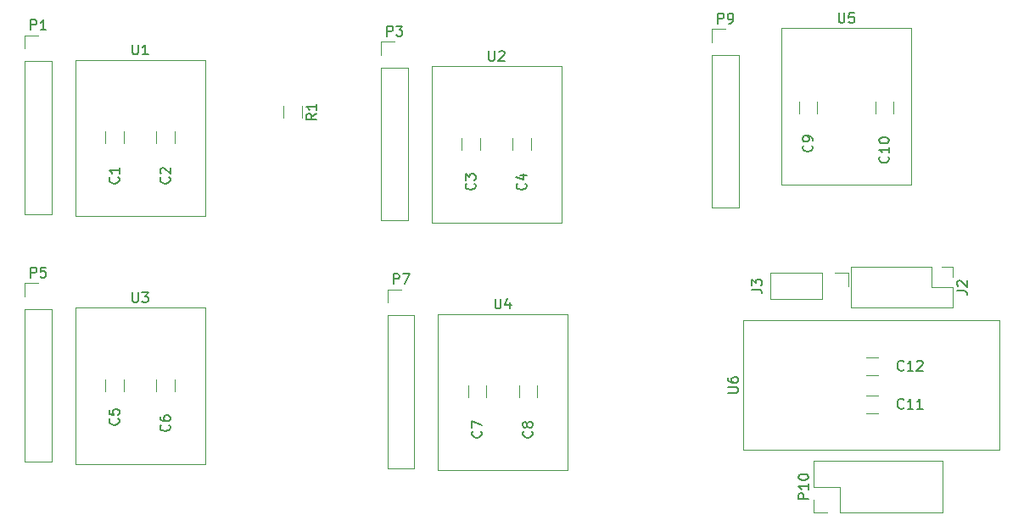
<source format=gbr>
G04 #@! TF.GenerationSoftware,KiCad,Pcbnew,(5.1.5)-3*
G04 #@! TF.CreationDate,2021-05-15T17:54:47+02:00*
G04 #@! TF.ProjectId,Adaptateurs_NiveauxSPI,41646170-7461-4746-9575-72735f4e6976,rev?*
G04 #@! TF.SameCoordinates,Original*
G04 #@! TF.FileFunction,Legend,Top*
G04 #@! TF.FilePolarity,Positive*
%FSLAX46Y46*%
G04 Gerber Fmt 4.6, Leading zero omitted, Abs format (unit mm)*
G04 Created by KiCad (PCBNEW (5.1.5)-3) date 2021-05-15 17:54:47*
%MOMM*%
%LPD*%
G04 APERTURE LIST*
%ADD10C,0.120000*%
%ADD11C,0.150000*%
G04 APERTURE END LIST*
D10*
X185928000Y-80137000D02*
X185928000Y-80264000D01*
X185928000Y-80264000D02*
X198882000Y-80264000D01*
X185928000Y-80137000D02*
X185928000Y-64643000D01*
X198882000Y-80264000D02*
X198882000Y-64643000D01*
X191405000Y-64650000D02*
X188765000Y-64650000D01*
X196045000Y-64650000D02*
X193405000Y-64650000D01*
X198875000Y-64650000D02*
X185935000Y-64650000D01*
X197739000Y-93853000D02*
X207645000Y-93853000D01*
X197739000Y-106807000D02*
X207645000Y-106807000D01*
X182125000Y-93860000D02*
X182125000Y-106800000D01*
X182125000Y-96690000D02*
X182125000Y-99330000D01*
X182125000Y-101330000D02*
X182125000Y-103970000D01*
X197739000Y-93853000D02*
X182118000Y-93853000D01*
X197612000Y-106807000D02*
X182118000Y-106807000D01*
X207645000Y-106807000D02*
X207645000Y-93853000D01*
X197612000Y-106807000D02*
X197739000Y-106807000D01*
X120290000Y-74962936D02*
X120290000Y-76167064D01*
X118470000Y-74962936D02*
X118470000Y-76167064D01*
X123550000Y-74962936D02*
X123550000Y-76167064D01*
X125370000Y-74962936D02*
X125370000Y-76167064D01*
X155850000Y-75597936D02*
X155850000Y-76802064D01*
X154030000Y-75597936D02*
X154030000Y-76802064D01*
X159110000Y-75597936D02*
X159110000Y-76802064D01*
X160930000Y-75597936D02*
X160930000Y-76802064D01*
X118470000Y-99727936D02*
X118470000Y-100932064D01*
X120290000Y-99727936D02*
X120290000Y-100932064D01*
X125370000Y-99727936D02*
X125370000Y-100932064D01*
X123550000Y-99727936D02*
X123550000Y-100932064D01*
X156485000Y-100362936D02*
X156485000Y-101567064D01*
X154665000Y-100362936D02*
X154665000Y-101567064D01*
X159745000Y-100362936D02*
X159745000Y-101567064D01*
X161565000Y-100362936D02*
X161565000Y-101567064D01*
X189505000Y-72005436D02*
X189505000Y-73209564D01*
X187685000Y-72005436D02*
X187685000Y-73209564D01*
X195305000Y-72005436D02*
X195305000Y-73209564D01*
X197125000Y-72005436D02*
X197125000Y-73209564D01*
X110430000Y-65345000D02*
X111760000Y-65345000D01*
X110430000Y-66675000D02*
X110430000Y-65345000D01*
X110430000Y-67945000D02*
X113090000Y-67945000D01*
X113090000Y-67945000D02*
X113090000Y-83245000D01*
X110430000Y-67945000D02*
X110430000Y-83245000D01*
X110430000Y-83245000D02*
X113090000Y-83245000D01*
X145990000Y-83880000D02*
X148650000Y-83880000D01*
X145990000Y-68580000D02*
X145990000Y-83880000D01*
X148650000Y-68580000D02*
X148650000Y-83880000D01*
X145990000Y-68580000D02*
X148650000Y-68580000D01*
X145990000Y-67310000D02*
X145990000Y-65980000D01*
X145990000Y-65980000D02*
X147320000Y-65980000D01*
X110430000Y-108010000D02*
X113090000Y-108010000D01*
X110430000Y-92710000D02*
X110430000Y-108010000D01*
X113090000Y-92710000D02*
X113090000Y-108010000D01*
X110430000Y-92710000D02*
X113090000Y-92710000D01*
X110430000Y-91440000D02*
X110430000Y-90110000D01*
X110430000Y-90110000D02*
X111760000Y-90110000D01*
X146625000Y-108645000D02*
X149285000Y-108645000D01*
X146625000Y-93345000D02*
X146625000Y-108645000D01*
X149285000Y-93345000D02*
X149285000Y-108645000D01*
X146625000Y-93345000D02*
X149285000Y-93345000D01*
X146625000Y-92075000D02*
X146625000Y-90745000D01*
X146625000Y-90745000D02*
X147955000Y-90745000D01*
X179010000Y-64710000D02*
X180340000Y-64710000D01*
X179010000Y-66040000D02*
X179010000Y-64710000D01*
X179010000Y-67310000D02*
X181670000Y-67310000D01*
X181670000Y-67310000D02*
X181670000Y-82610000D01*
X179010000Y-67310000D02*
X179010000Y-82610000D01*
X179010000Y-82610000D02*
X181670000Y-82610000D01*
X136250000Y-73627064D02*
X136250000Y-72422936D01*
X138070000Y-73627064D02*
X138070000Y-72422936D01*
X194342936Y-101325000D02*
X195547064Y-101325000D01*
X194342936Y-103145000D02*
X195547064Y-103145000D01*
X194342936Y-99335000D02*
X195547064Y-99335000D01*
X194342936Y-97515000D02*
X195547064Y-97515000D01*
X192870000Y-88475000D02*
X192870000Y-92595000D01*
X200930000Y-88475000D02*
X192870000Y-88475000D01*
X202990000Y-92595000D02*
X192870000Y-92595000D01*
X200930000Y-88475000D02*
X200930000Y-90535000D01*
X200930000Y-90535000D02*
X202990000Y-90535000D01*
X202990000Y-90535000D02*
X202990000Y-92595000D01*
X201930000Y-88475000D02*
X202990000Y-88475000D01*
X202990000Y-88475000D02*
X202990000Y-89535000D01*
X184852000Y-89094000D02*
X184852000Y-91754000D01*
X189992000Y-89094000D02*
X184852000Y-89094000D01*
X189992000Y-91754000D02*
X184852000Y-91754000D01*
X189992000Y-89094000D02*
X189992000Y-91754000D01*
X191262000Y-89094000D02*
X192592000Y-89094000D01*
X192592000Y-89094000D02*
X192592000Y-90424000D01*
X128390000Y-67825000D02*
X115450000Y-67825000D01*
X125560000Y-67825000D02*
X122920000Y-67825000D01*
X120920000Y-67825000D02*
X118280000Y-67825000D01*
X128397000Y-83439000D02*
X128397000Y-67818000D01*
X115443000Y-83312000D02*
X115443000Y-67818000D01*
X115443000Y-83439000D02*
X128397000Y-83439000D01*
X115443000Y-83312000D02*
X115443000Y-83439000D01*
X151003000Y-83947000D02*
X151003000Y-84074000D01*
X151003000Y-84074000D02*
X163957000Y-84074000D01*
X151003000Y-83947000D02*
X151003000Y-68453000D01*
X163957000Y-84074000D02*
X163957000Y-68453000D01*
X156480000Y-68460000D02*
X153840000Y-68460000D01*
X161120000Y-68460000D02*
X158480000Y-68460000D01*
X163950000Y-68460000D02*
X151010000Y-68460000D01*
X115443000Y-108077000D02*
X115443000Y-108204000D01*
X115443000Y-108204000D02*
X128397000Y-108204000D01*
X115443000Y-108077000D02*
X115443000Y-92583000D01*
X128397000Y-108204000D02*
X128397000Y-92583000D01*
X120920000Y-92590000D02*
X118280000Y-92590000D01*
X125560000Y-92590000D02*
X122920000Y-92590000D01*
X128390000Y-92590000D02*
X115450000Y-92590000D01*
X151638000Y-108712000D02*
X151638000Y-108839000D01*
X151638000Y-108839000D02*
X164592000Y-108839000D01*
X151638000Y-108712000D02*
X151638000Y-93218000D01*
X164592000Y-108839000D02*
X164592000Y-93218000D01*
X157115000Y-93225000D02*
X154475000Y-93225000D01*
X161755000Y-93225000D02*
X159115000Y-93225000D01*
X164585000Y-93225000D02*
X151645000Y-93225000D01*
X201990000Y-113090000D02*
X201990000Y-107890000D01*
X191770000Y-113090000D02*
X201990000Y-113090000D01*
X189170000Y-107890000D02*
X201990000Y-107890000D01*
X191770000Y-113090000D02*
X191770000Y-110490000D01*
X191770000Y-110490000D02*
X189170000Y-110490000D01*
X189170000Y-110490000D02*
X189170000Y-107890000D01*
X190500000Y-113090000D02*
X189170000Y-113090000D01*
X189170000Y-113090000D02*
X189170000Y-111760000D01*
D11*
X191643095Y-63102380D02*
X191643095Y-63911904D01*
X191690714Y-64007142D01*
X191738333Y-64054761D01*
X191833571Y-64102380D01*
X192024047Y-64102380D01*
X192119285Y-64054761D01*
X192166904Y-64007142D01*
X192214523Y-63911904D01*
X192214523Y-63102380D01*
X193166904Y-63102380D02*
X192690714Y-63102380D01*
X192643095Y-63578571D01*
X192690714Y-63530952D01*
X192785952Y-63483333D01*
X193024047Y-63483333D01*
X193119285Y-63530952D01*
X193166904Y-63578571D01*
X193214523Y-63673809D01*
X193214523Y-63911904D01*
X193166904Y-64007142D01*
X193119285Y-64054761D01*
X193024047Y-64102380D01*
X192785952Y-64102380D01*
X192690714Y-64054761D01*
X192643095Y-64007142D01*
X180577380Y-101091904D02*
X181386904Y-101091904D01*
X181482142Y-101044285D01*
X181529761Y-100996666D01*
X181577380Y-100901428D01*
X181577380Y-100710952D01*
X181529761Y-100615714D01*
X181482142Y-100568095D01*
X181386904Y-100520476D01*
X180577380Y-100520476D01*
X180577380Y-99615714D02*
X180577380Y-99806190D01*
X180625000Y-99901428D01*
X180672619Y-99949047D01*
X180815476Y-100044285D01*
X181005952Y-100091904D01*
X181386904Y-100091904D01*
X181482142Y-100044285D01*
X181529761Y-99996666D01*
X181577380Y-99901428D01*
X181577380Y-99710952D01*
X181529761Y-99615714D01*
X181482142Y-99568095D01*
X181386904Y-99520476D01*
X181148809Y-99520476D01*
X181053571Y-99568095D01*
X181005952Y-99615714D01*
X180958333Y-99710952D01*
X180958333Y-99901428D01*
X181005952Y-99996666D01*
X181053571Y-100044285D01*
X181148809Y-100091904D01*
X119737142Y-79541666D02*
X119784761Y-79589285D01*
X119832380Y-79732142D01*
X119832380Y-79827380D01*
X119784761Y-79970238D01*
X119689523Y-80065476D01*
X119594285Y-80113095D01*
X119403809Y-80160714D01*
X119260952Y-80160714D01*
X119070476Y-80113095D01*
X118975238Y-80065476D01*
X118880000Y-79970238D01*
X118832380Y-79827380D01*
X118832380Y-79732142D01*
X118880000Y-79589285D01*
X118927619Y-79541666D01*
X119832380Y-78589285D02*
X119832380Y-79160714D01*
X119832380Y-78875000D02*
X118832380Y-78875000D01*
X118975238Y-78970238D01*
X119070476Y-79065476D01*
X119118095Y-79160714D01*
X124817142Y-79541666D02*
X124864761Y-79589285D01*
X124912380Y-79732142D01*
X124912380Y-79827380D01*
X124864761Y-79970238D01*
X124769523Y-80065476D01*
X124674285Y-80113095D01*
X124483809Y-80160714D01*
X124340952Y-80160714D01*
X124150476Y-80113095D01*
X124055238Y-80065476D01*
X123960000Y-79970238D01*
X123912380Y-79827380D01*
X123912380Y-79732142D01*
X123960000Y-79589285D01*
X124007619Y-79541666D01*
X124007619Y-79160714D02*
X123960000Y-79113095D01*
X123912380Y-79017857D01*
X123912380Y-78779761D01*
X123960000Y-78684523D01*
X124007619Y-78636904D01*
X124102857Y-78589285D01*
X124198095Y-78589285D01*
X124340952Y-78636904D01*
X124912380Y-79208333D01*
X124912380Y-78589285D01*
X155297142Y-80176666D02*
X155344761Y-80224285D01*
X155392380Y-80367142D01*
X155392380Y-80462380D01*
X155344761Y-80605238D01*
X155249523Y-80700476D01*
X155154285Y-80748095D01*
X154963809Y-80795714D01*
X154820952Y-80795714D01*
X154630476Y-80748095D01*
X154535238Y-80700476D01*
X154440000Y-80605238D01*
X154392380Y-80462380D01*
X154392380Y-80367142D01*
X154440000Y-80224285D01*
X154487619Y-80176666D01*
X154392380Y-79843333D02*
X154392380Y-79224285D01*
X154773333Y-79557619D01*
X154773333Y-79414761D01*
X154820952Y-79319523D01*
X154868571Y-79271904D01*
X154963809Y-79224285D01*
X155201904Y-79224285D01*
X155297142Y-79271904D01*
X155344761Y-79319523D01*
X155392380Y-79414761D01*
X155392380Y-79700476D01*
X155344761Y-79795714D01*
X155297142Y-79843333D01*
X160377142Y-80176666D02*
X160424761Y-80224285D01*
X160472380Y-80367142D01*
X160472380Y-80462380D01*
X160424761Y-80605238D01*
X160329523Y-80700476D01*
X160234285Y-80748095D01*
X160043809Y-80795714D01*
X159900952Y-80795714D01*
X159710476Y-80748095D01*
X159615238Y-80700476D01*
X159520000Y-80605238D01*
X159472380Y-80462380D01*
X159472380Y-80367142D01*
X159520000Y-80224285D01*
X159567619Y-80176666D01*
X159805714Y-79319523D02*
X160472380Y-79319523D01*
X159424761Y-79557619D02*
X160139047Y-79795714D01*
X160139047Y-79176666D01*
X119737142Y-103671666D02*
X119784761Y-103719285D01*
X119832380Y-103862142D01*
X119832380Y-103957380D01*
X119784761Y-104100238D01*
X119689523Y-104195476D01*
X119594285Y-104243095D01*
X119403809Y-104290714D01*
X119260952Y-104290714D01*
X119070476Y-104243095D01*
X118975238Y-104195476D01*
X118880000Y-104100238D01*
X118832380Y-103957380D01*
X118832380Y-103862142D01*
X118880000Y-103719285D01*
X118927619Y-103671666D01*
X118832380Y-102766904D02*
X118832380Y-103243095D01*
X119308571Y-103290714D01*
X119260952Y-103243095D01*
X119213333Y-103147857D01*
X119213333Y-102909761D01*
X119260952Y-102814523D01*
X119308571Y-102766904D01*
X119403809Y-102719285D01*
X119641904Y-102719285D01*
X119737142Y-102766904D01*
X119784761Y-102814523D01*
X119832380Y-102909761D01*
X119832380Y-103147857D01*
X119784761Y-103243095D01*
X119737142Y-103290714D01*
X124817142Y-104306666D02*
X124864761Y-104354285D01*
X124912380Y-104497142D01*
X124912380Y-104592380D01*
X124864761Y-104735238D01*
X124769523Y-104830476D01*
X124674285Y-104878095D01*
X124483809Y-104925714D01*
X124340952Y-104925714D01*
X124150476Y-104878095D01*
X124055238Y-104830476D01*
X123960000Y-104735238D01*
X123912380Y-104592380D01*
X123912380Y-104497142D01*
X123960000Y-104354285D01*
X124007619Y-104306666D01*
X123912380Y-103449523D02*
X123912380Y-103640000D01*
X123960000Y-103735238D01*
X124007619Y-103782857D01*
X124150476Y-103878095D01*
X124340952Y-103925714D01*
X124721904Y-103925714D01*
X124817142Y-103878095D01*
X124864761Y-103830476D01*
X124912380Y-103735238D01*
X124912380Y-103544761D01*
X124864761Y-103449523D01*
X124817142Y-103401904D01*
X124721904Y-103354285D01*
X124483809Y-103354285D01*
X124388571Y-103401904D01*
X124340952Y-103449523D01*
X124293333Y-103544761D01*
X124293333Y-103735238D01*
X124340952Y-103830476D01*
X124388571Y-103878095D01*
X124483809Y-103925714D01*
X155932142Y-104941666D02*
X155979761Y-104989285D01*
X156027380Y-105132142D01*
X156027380Y-105227380D01*
X155979761Y-105370238D01*
X155884523Y-105465476D01*
X155789285Y-105513095D01*
X155598809Y-105560714D01*
X155455952Y-105560714D01*
X155265476Y-105513095D01*
X155170238Y-105465476D01*
X155075000Y-105370238D01*
X155027380Y-105227380D01*
X155027380Y-105132142D01*
X155075000Y-104989285D01*
X155122619Y-104941666D01*
X155027380Y-104608333D02*
X155027380Y-103941666D01*
X156027380Y-104370238D01*
X161012142Y-104941666D02*
X161059761Y-104989285D01*
X161107380Y-105132142D01*
X161107380Y-105227380D01*
X161059761Y-105370238D01*
X160964523Y-105465476D01*
X160869285Y-105513095D01*
X160678809Y-105560714D01*
X160535952Y-105560714D01*
X160345476Y-105513095D01*
X160250238Y-105465476D01*
X160155000Y-105370238D01*
X160107380Y-105227380D01*
X160107380Y-105132142D01*
X160155000Y-104989285D01*
X160202619Y-104941666D01*
X160535952Y-104370238D02*
X160488333Y-104465476D01*
X160440714Y-104513095D01*
X160345476Y-104560714D01*
X160297857Y-104560714D01*
X160202619Y-104513095D01*
X160155000Y-104465476D01*
X160107380Y-104370238D01*
X160107380Y-104179761D01*
X160155000Y-104084523D01*
X160202619Y-104036904D01*
X160297857Y-103989285D01*
X160345476Y-103989285D01*
X160440714Y-104036904D01*
X160488333Y-104084523D01*
X160535952Y-104179761D01*
X160535952Y-104370238D01*
X160583571Y-104465476D01*
X160631190Y-104513095D01*
X160726428Y-104560714D01*
X160916904Y-104560714D01*
X161012142Y-104513095D01*
X161059761Y-104465476D01*
X161107380Y-104370238D01*
X161107380Y-104179761D01*
X161059761Y-104084523D01*
X161012142Y-104036904D01*
X160916904Y-103989285D01*
X160726428Y-103989285D01*
X160631190Y-104036904D01*
X160583571Y-104084523D01*
X160535952Y-104179761D01*
X188952142Y-76366666D02*
X188999761Y-76414285D01*
X189047380Y-76557142D01*
X189047380Y-76652380D01*
X188999761Y-76795238D01*
X188904523Y-76890476D01*
X188809285Y-76938095D01*
X188618809Y-76985714D01*
X188475952Y-76985714D01*
X188285476Y-76938095D01*
X188190238Y-76890476D01*
X188095000Y-76795238D01*
X188047380Y-76652380D01*
X188047380Y-76557142D01*
X188095000Y-76414285D01*
X188142619Y-76366666D01*
X189047380Y-75890476D02*
X189047380Y-75700000D01*
X188999761Y-75604761D01*
X188952142Y-75557142D01*
X188809285Y-75461904D01*
X188618809Y-75414285D01*
X188237857Y-75414285D01*
X188142619Y-75461904D01*
X188095000Y-75509523D01*
X188047380Y-75604761D01*
X188047380Y-75795238D01*
X188095000Y-75890476D01*
X188142619Y-75938095D01*
X188237857Y-75985714D01*
X188475952Y-75985714D01*
X188571190Y-75938095D01*
X188618809Y-75890476D01*
X188666428Y-75795238D01*
X188666428Y-75604761D01*
X188618809Y-75509523D01*
X188571190Y-75461904D01*
X188475952Y-75414285D01*
X196572142Y-77477857D02*
X196619761Y-77525476D01*
X196667380Y-77668333D01*
X196667380Y-77763571D01*
X196619761Y-77906428D01*
X196524523Y-78001666D01*
X196429285Y-78049285D01*
X196238809Y-78096904D01*
X196095952Y-78096904D01*
X195905476Y-78049285D01*
X195810238Y-78001666D01*
X195715000Y-77906428D01*
X195667380Y-77763571D01*
X195667380Y-77668333D01*
X195715000Y-77525476D01*
X195762619Y-77477857D01*
X196667380Y-76525476D02*
X196667380Y-77096904D01*
X196667380Y-76811190D02*
X195667380Y-76811190D01*
X195810238Y-76906428D01*
X195905476Y-77001666D01*
X195953095Y-77096904D01*
X195667380Y-75906428D02*
X195667380Y-75811190D01*
X195715000Y-75715952D01*
X195762619Y-75668333D01*
X195857857Y-75620714D01*
X196048333Y-75573095D01*
X196286428Y-75573095D01*
X196476904Y-75620714D01*
X196572142Y-75668333D01*
X196619761Y-75715952D01*
X196667380Y-75811190D01*
X196667380Y-75906428D01*
X196619761Y-76001666D01*
X196572142Y-76049285D01*
X196476904Y-76096904D01*
X196286428Y-76144523D01*
X196048333Y-76144523D01*
X195857857Y-76096904D01*
X195762619Y-76049285D01*
X195715000Y-76001666D01*
X195667380Y-75906428D01*
X111021904Y-64797380D02*
X111021904Y-63797380D01*
X111402857Y-63797380D01*
X111498095Y-63845000D01*
X111545714Y-63892619D01*
X111593333Y-63987857D01*
X111593333Y-64130714D01*
X111545714Y-64225952D01*
X111498095Y-64273571D01*
X111402857Y-64321190D01*
X111021904Y-64321190D01*
X112545714Y-64797380D02*
X111974285Y-64797380D01*
X112260000Y-64797380D02*
X112260000Y-63797380D01*
X112164761Y-63940238D01*
X112069523Y-64035476D01*
X111974285Y-64083095D01*
X146581904Y-65432380D02*
X146581904Y-64432380D01*
X146962857Y-64432380D01*
X147058095Y-64480000D01*
X147105714Y-64527619D01*
X147153333Y-64622857D01*
X147153333Y-64765714D01*
X147105714Y-64860952D01*
X147058095Y-64908571D01*
X146962857Y-64956190D01*
X146581904Y-64956190D01*
X147486666Y-64432380D02*
X148105714Y-64432380D01*
X147772380Y-64813333D01*
X147915238Y-64813333D01*
X148010476Y-64860952D01*
X148058095Y-64908571D01*
X148105714Y-65003809D01*
X148105714Y-65241904D01*
X148058095Y-65337142D01*
X148010476Y-65384761D01*
X147915238Y-65432380D01*
X147629523Y-65432380D01*
X147534285Y-65384761D01*
X147486666Y-65337142D01*
X111021904Y-89562380D02*
X111021904Y-88562380D01*
X111402857Y-88562380D01*
X111498095Y-88610000D01*
X111545714Y-88657619D01*
X111593333Y-88752857D01*
X111593333Y-88895714D01*
X111545714Y-88990952D01*
X111498095Y-89038571D01*
X111402857Y-89086190D01*
X111021904Y-89086190D01*
X112498095Y-88562380D02*
X112021904Y-88562380D01*
X111974285Y-89038571D01*
X112021904Y-88990952D01*
X112117142Y-88943333D01*
X112355238Y-88943333D01*
X112450476Y-88990952D01*
X112498095Y-89038571D01*
X112545714Y-89133809D01*
X112545714Y-89371904D01*
X112498095Y-89467142D01*
X112450476Y-89514761D01*
X112355238Y-89562380D01*
X112117142Y-89562380D01*
X112021904Y-89514761D01*
X111974285Y-89467142D01*
X147216904Y-90197380D02*
X147216904Y-89197380D01*
X147597857Y-89197380D01*
X147693095Y-89245000D01*
X147740714Y-89292619D01*
X147788333Y-89387857D01*
X147788333Y-89530714D01*
X147740714Y-89625952D01*
X147693095Y-89673571D01*
X147597857Y-89721190D01*
X147216904Y-89721190D01*
X148121666Y-89197380D02*
X148788333Y-89197380D01*
X148359761Y-90197380D01*
X179601904Y-64162380D02*
X179601904Y-63162380D01*
X179982857Y-63162380D01*
X180078095Y-63210000D01*
X180125714Y-63257619D01*
X180173333Y-63352857D01*
X180173333Y-63495714D01*
X180125714Y-63590952D01*
X180078095Y-63638571D01*
X179982857Y-63686190D01*
X179601904Y-63686190D01*
X180649523Y-64162380D02*
X180840000Y-64162380D01*
X180935238Y-64114761D01*
X180982857Y-64067142D01*
X181078095Y-63924285D01*
X181125714Y-63733809D01*
X181125714Y-63352857D01*
X181078095Y-63257619D01*
X181030476Y-63210000D01*
X180935238Y-63162380D01*
X180744761Y-63162380D01*
X180649523Y-63210000D01*
X180601904Y-63257619D01*
X180554285Y-63352857D01*
X180554285Y-63590952D01*
X180601904Y-63686190D01*
X180649523Y-63733809D01*
X180744761Y-63781428D01*
X180935238Y-63781428D01*
X181030476Y-63733809D01*
X181078095Y-63686190D01*
X181125714Y-63590952D01*
X139517380Y-73191666D02*
X139041190Y-73525000D01*
X139517380Y-73763095D02*
X138517380Y-73763095D01*
X138517380Y-73382142D01*
X138565000Y-73286904D01*
X138612619Y-73239285D01*
X138707857Y-73191666D01*
X138850714Y-73191666D01*
X138945952Y-73239285D01*
X138993571Y-73286904D01*
X139041190Y-73382142D01*
X139041190Y-73763095D01*
X139517380Y-72239285D02*
X139517380Y-72810714D01*
X139517380Y-72525000D02*
X138517380Y-72525000D01*
X138660238Y-72620238D01*
X138755476Y-72715476D01*
X138803095Y-72810714D01*
X198112142Y-102592142D02*
X198064523Y-102639761D01*
X197921666Y-102687380D01*
X197826428Y-102687380D01*
X197683571Y-102639761D01*
X197588333Y-102544523D01*
X197540714Y-102449285D01*
X197493095Y-102258809D01*
X197493095Y-102115952D01*
X197540714Y-101925476D01*
X197588333Y-101830238D01*
X197683571Y-101735000D01*
X197826428Y-101687380D01*
X197921666Y-101687380D01*
X198064523Y-101735000D01*
X198112142Y-101782619D01*
X199064523Y-102687380D02*
X198493095Y-102687380D01*
X198778809Y-102687380D02*
X198778809Y-101687380D01*
X198683571Y-101830238D01*
X198588333Y-101925476D01*
X198493095Y-101973095D01*
X200016904Y-102687380D02*
X199445476Y-102687380D01*
X199731190Y-102687380D02*
X199731190Y-101687380D01*
X199635952Y-101830238D01*
X199540714Y-101925476D01*
X199445476Y-101973095D01*
X198112142Y-98782142D02*
X198064523Y-98829761D01*
X197921666Y-98877380D01*
X197826428Y-98877380D01*
X197683571Y-98829761D01*
X197588333Y-98734523D01*
X197540714Y-98639285D01*
X197493095Y-98448809D01*
X197493095Y-98305952D01*
X197540714Y-98115476D01*
X197588333Y-98020238D01*
X197683571Y-97925000D01*
X197826428Y-97877380D01*
X197921666Y-97877380D01*
X198064523Y-97925000D01*
X198112142Y-97972619D01*
X199064523Y-98877380D02*
X198493095Y-98877380D01*
X198778809Y-98877380D02*
X198778809Y-97877380D01*
X198683571Y-98020238D01*
X198588333Y-98115476D01*
X198493095Y-98163095D01*
X199445476Y-97972619D02*
X199493095Y-97925000D01*
X199588333Y-97877380D01*
X199826428Y-97877380D01*
X199921666Y-97925000D01*
X199969285Y-97972619D01*
X200016904Y-98067857D01*
X200016904Y-98163095D01*
X199969285Y-98305952D01*
X199397857Y-98877380D01*
X200016904Y-98877380D01*
X203442380Y-90868333D02*
X204156666Y-90868333D01*
X204299523Y-90915952D01*
X204394761Y-91011190D01*
X204442380Y-91154047D01*
X204442380Y-91249285D01*
X203537619Y-90439761D02*
X203490000Y-90392142D01*
X203442380Y-90296904D01*
X203442380Y-90058809D01*
X203490000Y-89963571D01*
X203537619Y-89915952D01*
X203632857Y-89868333D01*
X203728095Y-89868333D01*
X203870952Y-89915952D01*
X204442380Y-90487380D01*
X204442380Y-89868333D01*
X182967380Y-90757333D02*
X183681666Y-90757333D01*
X183824523Y-90804952D01*
X183919761Y-90900190D01*
X183967380Y-91043047D01*
X183967380Y-91138285D01*
X182967380Y-90376380D02*
X182967380Y-89757333D01*
X183348333Y-90090666D01*
X183348333Y-89947809D01*
X183395952Y-89852571D01*
X183443571Y-89804952D01*
X183538809Y-89757333D01*
X183776904Y-89757333D01*
X183872142Y-89804952D01*
X183919761Y-89852571D01*
X183967380Y-89947809D01*
X183967380Y-90233523D01*
X183919761Y-90328761D01*
X183872142Y-90376380D01*
X121158095Y-66277380D02*
X121158095Y-67086904D01*
X121205714Y-67182142D01*
X121253333Y-67229761D01*
X121348571Y-67277380D01*
X121539047Y-67277380D01*
X121634285Y-67229761D01*
X121681904Y-67182142D01*
X121729523Y-67086904D01*
X121729523Y-66277380D01*
X122729523Y-67277380D02*
X122158095Y-67277380D01*
X122443809Y-67277380D02*
X122443809Y-66277380D01*
X122348571Y-66420238D01*
X122253333Y-66515476D01*
X122158095Y-66563095D01*
X156718095Y-66912380D02*
X156718095Y-67721904D01*
X156765714Y-67817142D01*
X156813333Y-67864761D01*
X156908571Y-67912380D01*
X157099047Y-67912380D01*
X157194285Y-67864761D01*
X157241904Y-67817142D01*
X157289523Y-67721904D01*
X157289523Y-66912380D01*
X157718095Y-67007619D02*
X157765714Y-66960000D01*
X157860952Y-66912380D01*
X158099047Y-66912380D01*
X158194285Y-66960000D01*
X158241904Y-67007619D01*
X158289523Y-67102857D01*
X158289523Y-67198095D01*
X158241904Y-67340952D01*
X157670476Y-67912380D01*
X158289523Y-67912380D01*
X121158095Y-91042380D02*
X121158095Y-91851904D01*
X121205714Y-91947142D01*
X121253333Y-91994761D01*
X121348571Y-92042380D01*
X121539047Y-92042380D01*
X121634285Y-91994761D01*
X121681904Y-91947142D01*
X121729523Y-91851904D01*
X121729523Y-91042380D01*
X122110476Y-91042380D02*
X122729523Y-91042380D01*
X122396190Y-91423333D01*
X122539047Y-91423333D01*
X122634285Y-91470952D01*
X122681904Y-91518571D01*
X122729523Y-91613809D01*
X122729523Y-91851904D01*
X122681904Y-91947142D01*
X122634285Y-91994761D01*
X122539047Y-92042380D01*
X122253333Y-92042380D01*
X122158095Y-91994761D01*
X122110476Y-91947142D01*
X157353095Y-91677380D02*
X157353095Y-92486904D01*
X157400714Y-92582142D01*
X157448333Y-92629761D01*
X157543571Y-92677380D01*
X157734047Y-92677380D01*
X157829285Y-92629761D01*
X157876904Y-92582142D01*
X157924523Y-92486904D01*
X157924523Y-91677380D01*
X158829285Y-92010714D02*
X158829285Y-92677380D01*
X158591190Y-91629761D02*
X158353095Y-92344047D01*
X158972142Y-92344047D01*
X188622380Y-111704285D02*
X187622380Y-111704285D01*
X187622380Y-111323333D01*
X187670000Y-111228095D01*
X187717619Y-111180476D01*
X187812857Y-111132857D01*
X187955714Y-111132857D01*
X188050952Y-111180476D01*
X188098571Y-111228095D01*
X188146190Y-111323333D01*
X188146190Y-111704285D01*
X188622380Y-110180476D02*
X188622380Y-110751904D01*
X188622380Y-110466190D02*
X187622380Y-110466190D01*
X187765238Y-110561428D01*
X187860476Y-110656666D01*
X187908095Y-110751904D01*
X187622380Y-109561428D02*
X187622380Y-109466190D01*
X187670000Y-109370952D01*
X187717619Y-109323333D01*
X187812857Y-109275714D01*
X188003333Y-109228095D01*
X188241428Y-109228095D01*
X188431904Y-109275714D01*
X188527142Y-109323333D01*
X188574761Y-109370952D01*
X188622380Y-109466190D01*
X188622380Y-109561428D01*
X188574761Y-109656666D01*
X188527142Y-109704285D01*
X188431904Y-109751904D01*
X188241428Y-109799523D01*
X188003333Y-109799523D01*
X187812857Y-109751904D01*
X187717619Y-109704285D01*
X187670000Y-109656666D01*
X187622380Y-109561428D01*
M02*

</source>
